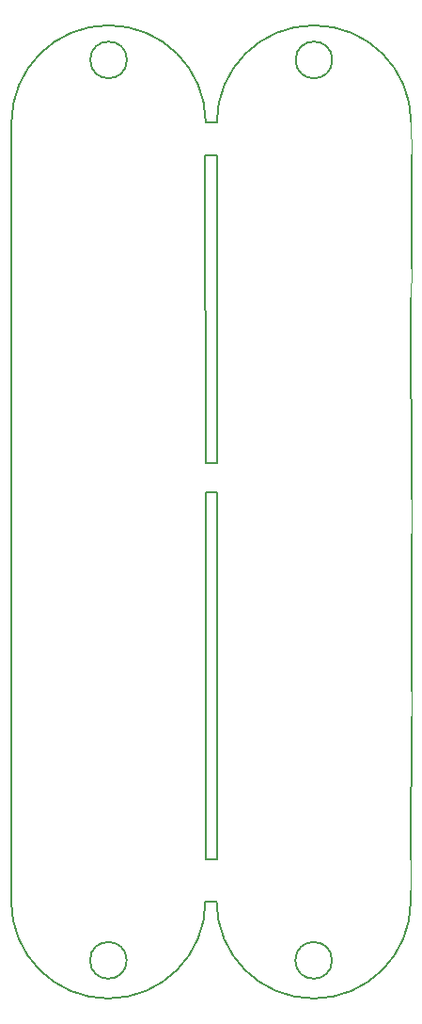
<source format=gbr>
%TF.GenerationSoftware,KiCad,Pcbnew,(5.1.12)-1*%
%TF.CreationDate,2024-09-26T07:51:33+09:00*%
%TF.ProjectId,imu_led_connect,696d755f-6c65-4645-9f63-6f6e6e656374,rev?*%
%TF.SameCoordinates,Original*%
%TF.FileFunction,Profile,NP*%
%FSLAX46Y46*%
G04 Gerber Fmt 4.6, Leading zero omitted, Abs format (unit mm)*
G04 Created by KiCad (PCBNEW (5.1.12)-1) date 2024-09-26 07:51:33*
%MOMM*%
%LPD*%
G01*
G04 APERTURE LIST*
%TA.AperFunction,Profile*%
%ADD10C,0.050000*%
%TD*%
%TA.AperFunction,Profile*%
%ADD11C,0.200000*%
%TD*%
G04 APERTURE END LIST*
D10*
X82375000Y-98500000D02*
X82375000Y-101625000D01*
X82375000Y-115775000D02*
X82375000Y-118075000D01*
X82375000Y-77775000D02*
X82350000Y-80350000D01*
X82350000Y-130950000D02*
X82325000Y-133675000D01*
X82343705Y-64632986D02*
X82375000Y-67475000D01*
D11*
X63818705Y-134682986D02*
X64818705Y-134682986D01*
X63825000Y-130925000D02*
X64850000Y-130925000D01*
X63825000Y-97925000D02*
X64850000Y-97925000D01*
X82375000Y-77625000D02*
X82375000Y-77775000D01*
X63825000Y-95250000D02*
X64900000Y-95275000D01*
X63775000Y-67575000D02*
X64850000Y-67600000D01*
X63843705Y-64632986D02*
X64843705Y-64632986D01*
X46343705Y-64632986D02*
X46318705Y-134682986D01*
X82318705Y-134682986D02*
X82325000Y-133675000D01*
X82375000Y-118075000D02*
X82350000Y-130950000D01*
X82375000Y-101625000D02*
X82375000Y-115775000D01*
X82350000Y-80350000D02*
X82375000Y-98500000D01*
X82375000Y-67475000D02*
X82375000Y-77625000D01*
X64850000Y-97925000D02*
X64850000Y-130925000D01*
X63825000Y-97925000D02*
X63825000Y-130925000D01*
X64850000Y-67600000D02*
X64900000Y-95275000D01*
X63775000Y-67575000D02*
X63825000Y-95250000D01*
X82318705Y-134682986D02*
G75*
G02*
X64818705Y-134682986I-8750000J0D01*
G01*
X64843705Y-64632986D02*
G75*
G02*
X82343705Y-64632986I8750000J0D01*
G01*
X46343705Y-64632986D02*
G75*
G02*
X63843705Y-64632986I8750000J0D01*
G01*
X63818705Y-134682986D02*
G75*
G02*
X46318705Y-134682986I-8750000J0D01*
G01*
X75243705Y-59000000D02*
G75*
G03*
X75243705Y-59000000I-1650000J0D01*
G01*
X75218705Y-140000000D02*
G75*
G03*
X75218705Y-140000000I-1650000J0D01*
G01*
X56718705Y-140000000D02*
G75*
G03*
X56718705Y-140000000I-1650000J0D01*
G01*
X56743705Y-59000000D02*
G75*
G03*
X56743705Y-59000000I-1650000J0D01*
G01*
M02*

</source>
